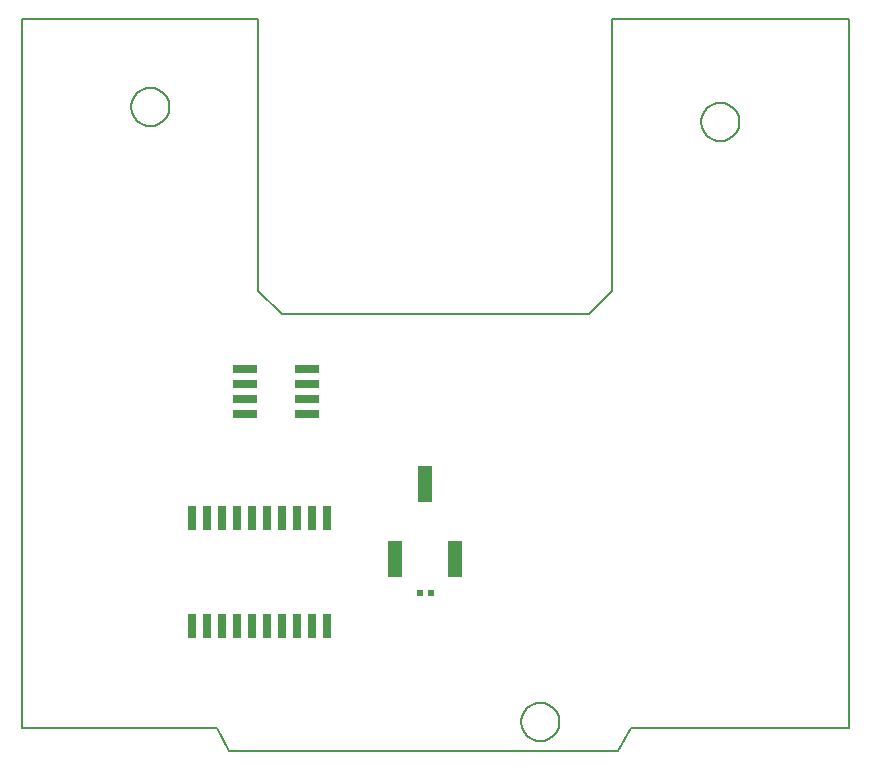
<source format=gbr>
G04 PROTEUS GERBER X2 FILE*
%TF.GenerationSoftware,Labcenter,Proteus,8.12-SP2-Build31155*%
%TF.CreationDate,2024-11-30T19:26:21+00:00*%
%TF.FileFunction,Paste,Top*%
%TF.FilePolarity,Positive*%
%TF.Part,Single*%
%TF.SameCoordinates,{e6e8286e-83a0-46e7-8d5c-4e76f455a4ca}*%
%FSLAX45Y45*%
%MOMM*%
G01*
%TA.AperFunction,Material*%
%ADD39R,1.270000X3.048000*%
%TA.AperFunction,Material*%
%ADD40R,0.635000X2.032000*%
%TA.AperFunction,Material*%
%ADD41R,2.032000X0.635000*%
%TA.AperFunction,Material*%
%ADD42R,0.609600X0.609600*%
%TA.AperFunction,Profile*%
%ADD22C,0.203200*%
%TD.AperFunction*%
D39*
X+3156000Y+1425000D03*
X+3664000Y+1425000D03*
X+3410000Y+2060000D03*
D40*
X+2581500Y+1777200D03*
X+2454500Y+1777200D03*
X+2327500Y+1777200D03*
X+2200500Y+1777200D03*
X+2073500Y+1777200D03*
X+1946500Y+1777200D03*
X+1819500Y+1777200D03*
X+1692500Y+1777200D03*
X+1565500Y+1777200D03*
X+1438500Y+1777200D03*
X+1438500Y+862800D03*
X+1565500Y+862800D03*
X+1692500Y+862800D03*
X+1819500Y+862800D03*
X+1946500Y+862800D03*
X+2073500Y+862800D03*
X+2200500Y+862800D03*
X+2327500Y+862800D03*
X+2454500Y+862800D03*
X+2581500Y+862800D03*
D41*
X+1889650Y+3040500D03*
X+1889650Y+2913500D03*
X+1889650Y+2786500D03*
X+1889650Y+2659500D03*
X+2410350Y+2659500D03*
X+2410350Y+2786500D03*
X+2410350Y+2913500D03*
X+2410350Y+3040500D03*
D42*
X+3460000Y+1140000D03*
X+3370000Y+1140000D03*
D22*
X+0Y+0D02*
X+1650000Y+0D01*
X+7000000Y+0D02*
X+7000000Y+6000000D01*
X+5000000Y+6000000D01*
X+5000000Y+3700000D01*
X+4800000Y+3500000D01*
X+2200000Y+3500000D01*
X+2000000Y+3700000D02*
X+2000000Y+6000000D01*
X+0Y+6000000D01*
X+0Y+0D01*
X+2000000Y+3700000D02*
X+2200000Y+3500000D01*
X+5160000Y+0D02*
X+7000000Y+0D01*
X+1750000Y-200000D02*
X+5050000Y-200000D01*
X+1650000Y+0D02*
X+1750000Y-200000D01*
X+5160000Y+0D02*
X+5050000Y-200000D01*
X+4550045Y+50000D02*
X+4549508Y+63142D01*
X+4545144Y+89427D01*
X+4536029Y+115712D01*
X+4521182Y+141997D01*
X+4498470Y+168118D01*
X+4472185Y+187898D01*
X+4445900Y+200658D01*
X+4419615Y+208108D01*
X+4393330Y+210987D01*
X+4389000Y+211045D01*
X+4227955Y+50000D02*
X+4228492Y+63142D01*
X+4232856Y+89427D01*
X+4241971Y+115712D01*
X+4256818Y+141997D01*
X+4279530Y+168118D01*
X+4305815Y+187898D01*
X+4332100Y+200658D01*
X+4358385Y+208108D01*
X+4384670Y+210987D01*
X+4389000Y+211045D01*
X+4227955Y+50000D02*
X+4228492Y+36858D01*
X+4232856Y+10573D01*
X+4241971Y-15712D01*
X+4256818Y-41997D01*
X+4279530Y-68118D01*
X+4305815Y-87898D01*
X+4332100Y-100658D01*
X+4358385Y-108108D01*
X+4384670Y-110987D01*
X+4389000Y-111045D01*
X+4550045Y+50000D02*
X+4549508Y+36858D01*
X+4545144Y+10573D01*
X+4536029Y-15712D01*
X+4521182Y-41997D01*
X+4498470Y-68118D01*
X+4472185Y-87898D01*
X+4445900Y-100658D01*
X+4419615Y-108108D01*
X+4393330Y-110987D01*
X+4389000Y-111045D01*
X+6074045Y+5130000D02*
X+6073508Y+5143142D01*
X+6069144Y+5169427D01*
X+6060029Y+5195712D01*
X+6045182Y+5221997D01*
X+6022470Y+5248118D01*
X+5996185Y+5267898D01*
X+5969900Y+5280658D01*
X+5943615Y+5288108D01*
X+5917330Y+5290987D01*
X+5913000Y+5291045D01*
X+5751955Y+5130000D02*
X+5752492Y+5143142D01*
X+5756856Y+5169427D01*
X+5765971Y+5195712D01*
X+5780818Y+5221997D01*
X+5803530Y+5248118D01*
X+5829815Y+5267898D01*
X+5856100Y+5280658D01*
X+5882385Y+5288108D01*
X+5908670Y+5290987D01*
X+5913000Y+5291045D01*
X+5751955Y+5130000D02*
X+5752492Y+5116858D01*
X+5756856Y+5090573D01*
X+5765971Y+5064288D01*
X+5780818Y+5038003D01*
X+5803530Y+5011882D01*
X+5829815Y+4992102D01*
X+5856100Y+4979342D01*
X+5882385Y+4971892D01*
X+5908670Y+4969013D01*
X+5913000Y+4968955D01*
X+6074045Y+5130000D02*
X+6073508Y+5116858D01*
X+6069144Y+5090573D01*
X+6060029Y+5064288D01*
X+6045182Y+5038003D01*
X+6022470Y+5011882D01*
X+5996185Y+4992102D01*
X+5969900Y+4979342D01*
X+5943615Y+4971892D01*
X+5917330Y+4969013D01*
X+5913000Y+4968955D01*
X+1248045Y+5257000D02*
X+1247508Y+5270142D01*
X+1243144Y+5296427D01*
X+1234029Y+5322712D01*
X+1219182Y+5348997D01*
X+1196470Y+5375118D01*
X+1170185Y+5394898D01*
X+1143900Y+5407658D01*
X+1117615Y+5415108D01*
X+1091330Y+5417987D01*
X+1087000Y+5418045D01*
X+925955Y+5257000D02*
X+926492Y+5270142D01*
X+930856Y+5296427D01*
X+939971Y+5322712D01*
X+954818Y+5348997D01*
X+977530Y+5375118D01*
X+1003815Y+5394898D01*
X+1030100Y+5407658D01*
X+1056385Y+5415108D01*
X+1082670Y+5417987D01*
X+1087000Y+5418045D01*
X+925955Y+5257000D02*
X+926492Y+5243858D01*
X+930856Y+5217573D01*
X+939971Y+5191288D01*
X+954818Y+5165003D01*
X+977530Y+5138882D01*
X+1003815Y+5119102D01*
X+1030100Y+5106342D01*
X+1056385Y+5098892D01*
X+1082670Y+5096013D01*
X+1087000Y+5095955D01*
X+1248045Y+5257000D02*
X+1247508Y+5243858D01*
X+1243144Y+5217573D01*
X+1234029Y+5191288D01*
X+1219182Y+5165003D01*
X+1196470Y+5138882D01*
X+1170185Y+5119102D01*
X+1143900Y+5106342D01*
X+1117615Y+5098892D01*
X+1091330Y+5096013D01*
X+1087000Y+5095955D01*
M02*

</source>
